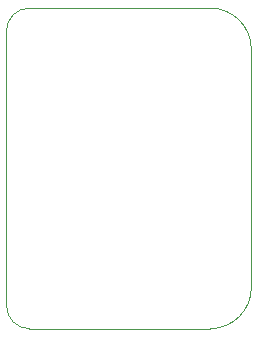
<source format=gm1>
G04 #@! TF.GenerationSoftware,KiCad,Pcbnew,8.0.1*
G04 #@! TF.CreationDate,2024-07-26T02:51:15+08:00*
G04 #@! TF.ProjectId,555Sandbox,35353553-616e-4646-926f-782e6b696361,1.0.0*
G04 #@! TF.SameCoordinates,Original*
G04 #@! TF.FileFunction,Profile,NP*
%FSLAX46Y46*%
G04 Gerber Fmt 4.6, Leading zero omitted, Abs format (unit mm)*
G04 Created by KiCad (PCBNEW 8.0.1) date 2024-07-26 02:51:15*
%MOMM*%
%LPD*%
G01*
G04 APERTURE LIST*
G04 #@! TA.AperFunction,Profile*
%ADD10C,0.050000*%
G04 #@! TD*
G04 APERTURE END LIST*
D10*
X76900000Y-94050000D02*
G75*
G02*
X74950000Y-92100000I0J1950000D01*
G01*
X95691845Y-90548952D02*
G75*
G02*
X92191845Y-94050045I-3500045J-1048D01*
G01*
X95691845Y-90548952D02*
X95685811Y-70400000D01*
X92185811Y-66900000D02*
G75*
G02*
X95685800Y-70400000I-11J-3500000D01*
G01*
X74950000Y-92100000D02*
X74950000Y-68850000D01*
X92191845Y-94050000D02*
X76900000Y-94050000D01*
X74950000Y-68850000D02*
G75*
G02*
X76900000Y-66900000I1950000J0D01*
G01*
X76900000Y-66900000D02*
X92185811Y-66900000D01*
M02*

</source>
